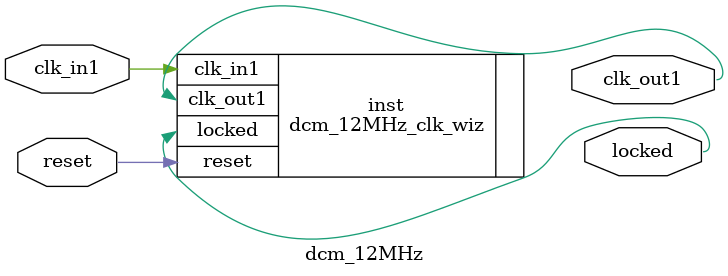
<source format=v>


`timescale 1ps/1ps

(* CORE_GENERATION_INFO = "dcm_12MHz,clk_wiz_v6_0_1_0_0,{component_name=dcm_12MHz,use_phase_alignment=true,use_min_o_jitter=false,use_max_i_jitter=false,use_dyn_phase_shift=false,use_inclk_switchover=false,use_dyn_reconfig=false,enable_axi=0,feedback_source=FDBK_AUTO,PRIMITIVE=MMCM,num_out_clk=1,clkin1_period=10.000,clkin2_period=10.000,use_power_down=false,use_reset=true,use_locked=true,use_inclk_stopped=false,feedback_type=SINGLE,CLOCK_MGR_TYPE=NA,manual_override=true}" *)

module dcm_12MHz 
 (
  // Clock out ports
  output        clk_out1,
  // Status and control signals
  input         reset,
  output        locked,
 // Clock in ports
  input         clk_in1
 );

  dcm_12MHz_clk_wiz inst
  (
  // Clock out ports  
  .clk_out1(clk_out1),
  // Status and control signals               
  .reset(reset), 
  .locked(locked),
 // Clock in ports
  .clk_in1(clk_in1)
  );

endmodule

</source>
